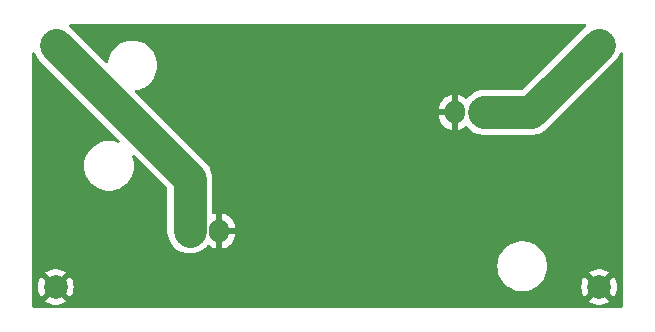
<source format=gbr>
%TF.GenerationSoftware,KiCad,Pcbnew,8.0.6*%
%TF.CreationDate,2024-11-14T22:36:56-05:00*%
%TF.ProjectId,BoostPCB,426f6f73-7450-4434-922e-6b696361645f,rev?*%
%TF.SameCoordinates,Original*%
%TF.FileFunction,Copper,L1,Top*%
%TF.FilePolarity,Positive*%
%FSLAX46Y46*%
G04 Gerber Fmt 4.6, Leading zero omitted, Abs format (unit mm)*
G04 Created by KiCad (PCBNEW 8.0.6) date 2024-11-14 22:36:56*
%MOMM*%
%LPD*%
G01*
G04 APERTURE LIST*
G04 Aperture macros list*
%AMRoundRect*
0 Rectangle with rounded corners*
0 $1 Rounding radius*
0 $2 $3 $4 $5 $6 $7 $8 $9 X,Y pos of 4 corners*
0 Add a 4 corners polygon primitive as box body*
4,1,4,$2,$3,$4,$5,$6,$7,$8,$9,$2,$3,0*
0 Add four circle primitives for the rounded corners*
1,1,$1+$1,$2,$3*
1,1,$1+$1,$4,$5*
1,1,$1+$1,$6,$7*
1,1,$1+$1,$8,$9*
0 Add four rect primitives between the rounded corners*
20,1,$1+$1,$2,$3,$4,$5,0*
20,1,$1+$1,$4,$5,$6,$7,0*
20,1,$1+$1,$6,$7,$8,$9,0*
20,1,$1+$1,$8,$9,$2,$3,0*%
G04 Aperture macros list end*
%TA.AperFunction,ComponentPad*%
%ADD10C,2.000000*%
%TD*%
%TA.AperFunction,ComponentPad*%
%ADD11RoundRect,0.250000X-0.600000X-0.750000X0.600000X-0.750000X0.600000X0.750000X-0.600000X0.750000X0*%
%TD*%
%TA.AperFunction,ComponentPad*%
%ADD12O,1.700000X2.000000*%
%TD*%
%TA.AperFunction,ComponentPad*%
%ADD13RoundRect,0.250000X0.600000X0.750000X-0.600000X0.750000X-0.600000X-0.750000X0.600000X-0.750000X0*%
%TD*%
%TA.AperFunction,Conductor*%
%ADD14C,2.800000*%
%TD*%
G04 APERTURE END LIST*
D10*
%TO.P,U1,1,In+*%
%TO.N,12V*%
X44500000Y-89750000D03*
%TO.P,U1,2,In-*%
%TO.N,GND*%
X44500000Y-110250000D03*
%TO.P,U1,3,Out+*%
%TO.N,48V*%
X90500000Y-89750000D03*
%TO.P,U1,4,Out-*%
%TO.N,GND*%
X90500000Y-110250000D03*
%TD*%
D11*
%TO.P,J3,1,Pin_1*%
%TO.N,12V*%
X55860000Y-105515000D03*
D12*
%TO.P,J3,2,Pin_2*%
%TO.N,GND*%
X58360000Y-105515000D03*
%TD*%
D13*
%TO.P,J2,1,Pin_1*%
%TO.N,48V*%
X80790000Y-95480000D03*
D12*
%TO.P,J2,2,Pin_2*%
%TO.N,GND*%
X78290000Y-95480000D03*
%TD*%
D14*
%TO.N,48V*%
X84770000Y-95480000D02*
X90500000Y-89750000D01*
X80790000Y-95480000D02*
X84770000Y-95480000D01*
%TO.N,12V*%
X55860000Y-101110000D02*
X44500000Y-89750000D01*
X55860000Y-105515000D02*
X55860000Y-101110000D01*
%TD*%
%TA.AperFunction,Conductor*%
%TO.N,GND*%
G36*
X89359827Y-88020185D02*
G01*
X89405582Y-88072989D01*
X89415526Y-88142147D01*
X89386501Y-88205703D01*
X89368275Y-88222876D01*
X89244219Y-88318067D01*
X84019106Y-93543181D01*
X83957783Y-93576666D01*
X83931425Y-93579500D01*
X80665435Y-93579500D01*
X80665429Y-93579500D01*
X80665424Y-93579501D01*
X80418438Y-93612017D01*
X80177792Y-93676498D01*
X79947638Y-93771830D01*
X79947623Y-93771837D01*
X79731873Y-93896400D01*
X79534225Y-94048060D01*
X79534218Y-94048066D01*
X79358066Y-94224218D01*
X79358057Y-94224228D01*
X79326620Y-94265198D01*
X79270192Y-94306401D01*
X79200446Y-94310555D01*
X79155360Y-94290029D01*
X78997557Y-94175379D01*
X78808215Y-94078903D01*
X78606124Y-94013241D01*
X78540000Y-94002768D01*
X78540000Y-95046988D01*
X78482993Y-95014075D01*
X78355826Y-94980000D01*
X78224174Y-94980000D01*
X78097007Y-95014075D01*
X78040000Y-95046988D01*
X78040000Y-94002768D01*
X78039999Y-94002768D01*
X77973875Y-94013241D01*
X77771784Y-94078903D01*
X77582442Y-94175379D01*
X77410540Y-94300272D01*
X77410535Y-94300276D01*
X77260276Y-94450535D01*
X77260272Y-94450540D01*
X77135379Y-94622442D01*
X77038904Y-94811782D01*
X76973242Y-95013869D01*
X76973242Y-95013872D01*
X76940000Y-95223753D01*
X76940000Y-95230000D01*
X77856988Y-95230000D01*
X77824075Y-95287007D01*
X77790000Y-95414174D01*
X77790000Y-95545826D01*
X77824075Y-95672993D01*
X77856988Y-95730000D01*
X76940000Y-95730000D01*
X76940000Y-95736246D01*
X76973242Y-95946127D01*
X76973242Y-95946130D01*
X77038904Y-96148217D01*
X77135379Y-96337557D01*
X77260272Y-96509459D01*
X77260276Y-96509464D01*
X77410535Y-96659723D01*
X77410540Y-96659727D01*
X77582442Y-96784620D01*
X77771782Y-96881095D01*
X77973871Y-96946757D01*
X78040000Y-96957231D01*
X78040000Y-95913012D01*
X78097007Y-95945925D01*
X78224174Y-95980000D01*
X78355826Y-95980000D01*
X78482993Y-95945925D01*
X78540000Y-95913012D01*
X78540000Y-96957230D01*
X78606126Y-96946757D01*
X78606129Y-96946757D01*
X78808217Y-96881095D01*
X78997554Y-96784622D01*
X79155359Y-96669970D01*
X79221166Y-96646490D01*
X79289219Y-96662315D01*
X79326621Y-96694802D01*
X79358060Y-96735774D01*
X79358066Y-96735781D01*
X79534218Y-96911933D01*
X79534225Y-96911939D01*
X79731873Y-97063599D01*
X79947623Y-97188162D01*
X79947638Y-97188169D01*
X80046825Y-97229253D01*
X80177793Y-97283502D01*
X80418435Y-97347982D01*
X80665435Y-97380500D01*
X84641563Y-97380500D01*
X84641595Y-97380501D01*
X84645435Y-97380501D01*
X84894558Y-97380501D01*
X84894565Y-97380501D01*
X85141565Y-97347982D01*
X85382207Y-97283502D01*
X85612373Y-97188164D01*
X85828127Y-97063599D01*
X86025776Y-96911938D01*
X86201938Y-96735776D01*
X86207302Y-96730412D01*
X86207317Y-96730394D01*
X91931937Y-91005775D01*
X92083599Y-90808126D01*
X92208164Y-90592373D01*
X92260939Y-90464961D01*
X92304779Y-90410558D01*
X92371073Y-90388493D01*
X92438773Y-90405772D01*
X92486384Y-90456909D01*
X92499500Y-90512414D01*
X92499500Y-111875500D01*
X92479815Y-111942539D01*
X92427011Y-111988294D01*
X92375500Y-111999500D01*
X42624500Y-111999500D01*
X42557461Y-111979815D01*
X42511706Y-111927011D01*
X42500500Y-111875500D01*
X42500500Y-110249994D01*
X42994859Y-110249994D01*
X42994859Y-110250005D01*
X43015385Y-110497729D01*
X43015387Y-110497738D01*
X43076412Y-110738717D01*
X43176266Y-110966364D01*
X43276564Y-111119882D01*
X44017037Y-110379409D01*
X44034075Y-110442993D01*
X44099901Y-110557007D01*
X44192993Y-110650099D01*
X44307007Y-110715925D01*
X44370590Y-110732962D01*
X43629942Y-111473609D01*
X43676768Y-111510055D01*
X43676770Y-111510056D01*
X43895385Y-111628364D01*
X43895396Y-111628369D01*
X44130506Y-111709083D01*
X44375707Y-111750000D01*
X44624293Y-111750000D01*
X44869493Y-111709083D01*
X45104603Y-111628369D01*
X45104614Y-111628364D01*
X45323228Y-111510057D01*
X45323231Y-111510055D01*
X45370056Y-111473609D01*
X44629409Y-110732962D01*
X44692993Y-110715925D01*
X44807007Y-110650099D01*
X44900099Y-110557007D01*
X44965925Y-110442993D01*
X44982962Y-110379410D01*
X45723434Y-111119882D01*
X45823731Y-110966369D01*
X45923587Y-110738717D01*
X45984612Y-110497738D01*
X45984614Y-110497729D01*
X46005141Y-110250005D01*
X46005141Y-110249994D01*
X45984614Y-110002270D01*
X45984612Y-110002261D01*
X45923587Y-109761282D01*
X45823731Y-109533630D01*
X45723434Y-109380116D01*
X44982962Y-110120589D01*
X44965925Y-110057007D01*
X44900099Y-109942993D01*
X44807007Y-109849901D01*
X44692993Y-109784075D01*
X44629410Y-109767037D01*
X45370057Y-109026390D01*
X45370056Y-109026389D01*
X45323229Y-108989943D01*
X45104614Y-108871635D01*
X45104603Y-108871630D01*
X44869493Y-108790916D01*
X44624293Y-108750000D01*
X44375707Y-108750000D01*
X44130506Y-108790916D01*
X43895396Y-108871630D01*
X43895390Y-108871632D01*
X43676761Y-108989949D01*
X43629942Y-109026388D01*
X43629942Y-109026390D01*
X44370590Y-109767037D01*
X44307007Y-109784075D01*
X44192993Y-109849901D01*
X44099901Y-109942993D01*
X44034075Y-110057007D01*
X44017037Y-110120589D01*
X43276564Y-109380116D01*
X43176267Y-109533632D01*
X43076412Y-109761282D01*
X43015387Y-110002261D01*
X43015385Y-110002270D01*
X42994859Y-110249994D01*
X42500500Y-110249994D01*
X42500500Y-108500000D01*
X81894592Y-108500000D01*
X81914201Y-108786680D01*
X81914201Y-108786684D01*
X81914202Y-108786686D01*
X81934111Y-108882492D01*
X81972666Y-109068034D01*
X81972667Y-109068037D01*
X82068894Y-109338793D01*
X82068893Y-109338793D01*
X82201098Y-109593935D01*
X82366812Y-109828700D01*
X82386613Y-109849901D01*
X82562947Y-110038708D01*
X82785853Y-110220055D01*
X82835103Y-110250005D01*
X83031382Y-110369365D01*
X83200893Y-110442993D01*
X83294942Y-110483844D01*
X83571642Y-110561371D01*
X83821920Y-110595771D01*
X83856321Y-110600500D01*
X83856322Y-110600500D01*
X84143679Y-110600500D01*
X84174370Y-110596281D01*
X84428358Y-110561371D01*
X84705058Y-110483844D01*
X84818015Y-110434779D01*
X84968617Y-110369365D01*
X84968620Y-110369363D01*
X84968625Y-110369361D01*
X85164915Y-110249994D01*
X88994859Y-110249994D01*
X88994859Y-110250005D01*
X89015385Y-110497729D01*
X89015387Y-110497738D01*
X89076412Y-110738717D01*
X89176266Y-110966364D01*
X89276564Y-111119882D01*
X90017037Y-110379409D01*
X90034075Y-110442993D01*
X90099901Y-110557007D01*
X90192993Y-110650099D01*
X90307007Y-110715925D01*
X90370590Y-110732962D01*
X89629942Y-111473609D01*
X89676768Y-111510055D01*
X89676770Y-111510056D01*
X89895385Y-111628364D01*
X89895396Y-111628369D01*
X90130506Y-111709083D01*
X90375707Y-111750000D01*
X90624293Y-111750000D01*
X90869493Y-111709083D01*
X91104603Y-111628369D01*
X91104614Y-111628364D01*
X91323228Y-111510057D01*
X91323231Y-111510055D01*
X91370056Y-111473609D01*
X90629409Y-110732962D01*
X90692993Y-110715925D01*
X90807007Y-110650099D01*
X90900099Y-110557007D01*
X90965925Y-110442993D01*
X90982962Y-110379410D01*
X91723434Y-111119882D01*
X91823731Y-110966369D01*
X91923587Y-110738717D01*
X91984612Y-110497738D01*
X91984614Y-110497729D01*
X92005141Y-110250005D01*
X92005141Y-110249994D01*
X91984614Y-110002270D01*
X91984612Y-110002261D01*
X91923587Y-109761282D01*
X91823731Y-109533630D01*
X91723434Y-109380116D01*
X90982962Y-110120589D01*
X90965925Y-110057007D01*
X90900099Y-109942993D01*
X90807007Y-109849901D01*
X90692993Y-109784075D01*
X90629410Y-109767037D01*
X91370057Y-109026390D01*
X91370056Y-109026389D01*
X91323229Y-108989943D01*
X91104614Y-108871635D01*
X91104603Y-108871630D01*
X90869493Y-108790916D01*
X90624293Y-108750000D01*
X90375707Y-108750000D01*
X90130506Y-108790916D01*
X89895396Y-108871630D01*
X89895390Y-108871632D01*
X89676761Y-108989949D01*
X89629942Y-109026388D01*
X89629942Y-109026390D01*
X90370590Y-109767037D01*
X90307007Y-109784075D01*
X90192993Y-109849901D01*
X90099901Y-109942993D01*
X90034075Y-110057007D01*
X90017037Y-110120589D01*
X89276564Y-109380116D01*
X89176267Y-109533632D01*
X89076412Y-109761282D01*
X89015387Y-110002261D01*
X89015385Y-110002270D01*
X88994859Y-110249994D01*
X85164915Y-110249994D01*
X85214147Y-110220055D01*
X85437053Y-110038708D01*
X85633189Y-109828698D01*
X85798901Y-109593936D01*
X85931104Y-109338797D01*
X86027334Y-109068032D01*
X86085798Y-108786686D01*
X86105408Y-108500000D01*
X86085798Y-108213314D01*
X86027334Y-107931968D01*
X85981387Y-107802687D01*
X85931105Y-107661206D01*
X85931106Y-107661206D01*
X85798901Y-107406064D01*
X85633187Y-107171299D01*
X85554554Y-107087105D01*
X85437053Y-106961292D01*
X85214147Y-106779945D01*
X85214146Y-106779944D01*
X84968617Y-106630634D01*
X84705063Y-106516158D01*
X84705061Y-106516157D01*
X84705058Y-106516156D01*
X84575578Y-106479877D01*
X84428364Y-106438630D01*
X84428359Y-106438629D01*
X84428358Y-106438629D01*
X84286018Y-106419064D01*
X84143679Y-106399500D01*
X84143678Y-106399500D01*
X83856322Y-106399500D01*
X83856321Y-106399500D01*
X83571642Y-106438629D01*
X83571635Y-106438630D01*
X83363861Y-106496845D01*
X83294942Y-106516156D01*
X83294939Y-106516156D01*
X83294936Y-106516158D01*
X83294935Y-106516158D01*
X83031382Y-106630634D01*
X82785853Y-106779944D01*
X82562950Y-106961289D01*
X82366812Y-107171299D01*
X82201098Y-107406064D01*
X82068894Y-107661206D01*
X81972667Y-107931962D01*
X81972666Y-107931965D01*
X81914201Y-108213319D01*
X81894592Y-108500000D01*
X42500500Y-108500000D01*
X42500500Y-90512415D01*
X42520185Y-90445376D01*
X42572989Y-90399621D01*
X42642147Y-90389677D01*
X42705703Y-90418702D01*
X42739061Y-90464963D01*
X42791830Y-90592361D01*
X42791837Y-90592376D01*
X42916400Y-90808126D01*
X43068061Y-91005774D01*
X43068067Y-91005781D01*
X49894487Y-97832200D01*
X49927972Y-97893523D01*
X49922988Y-97963215D01*
X49881116Y-98019148D01*
X49815652Y-98043565D01*
X49757405Y-98033616D01*
X49717208Y-98016156D01*
X49636560Y-97993559D01*
X49440514Y-97938630D01*
X49440509Y-97938629D01*
X49440508Y-97938629D01*
X49298168Y-97919064D01*
X49155829Y-97899500D01*
X49155828Y-97899500D01*
X48868472Y-97899500D01*
X48868471Y-97899500D01*
X48583792Y-97938629D01*
X48583785Y-97938630D01*
X48376011Y-97996845D01*
X48307092Y-98016156D01*
X48307089Y-98016156D01*
X48307086Y-98016158D01*
X48307085Y-98016158D01*
X48043532Y-98130634D01*
X47798003Y-98279944D01*
X47575100Y-98461289D01*
X47378962Y-98671299D01*
X47213248Y-98906064D01*
X47081044Y-99161206D01*
X46984817Y-99431962D01*
X46984816Y-99431965D01*
X46926351Y-99713319D01*
X46906742Y-100000000D01*
X46926351Y-100286680D01*
X46984816Y-100568034D01*
X46984817Y-100568037D01*
X47081044Y-100838793D01*
X47081043Y-100838793D01*
X47213248Y-101093935D01*
X47378962Y-101328700D01*
X47464073Y-101419831D01*
X47575097Y-101538708D01*
X47798003Y-101720055D01*
X48043532Y-101869365D01*
X48225894Y-101948575D01*
X48307092Y-101983844D01*
X48583792Y-102061371D01*
X48834070Y-102095771D01*
X48868471Y-102100500D01*
X48868472Y-102100500D01*
X49155829Y-102100500D01*
X49186520Y-102096281D01*
X49440508Y-102061371D01*
X49717208Y-101983844D01*
X49859088Y-101922217D01*
X49980767Y-101869365D01*
X49980770Y-101869363D01*
X49980775Y-101869361D01*
X50226297Y-101720055D01*
X50449203Y-101538708D01*
X50645339Y-101328698D01*
X50811051Y-101093936D01*
X50943254Y-100838797D01*
X51039484Y-100568032D01*
X51097948Y-100286686D01*
X51117558Y-100000000D01*
X51097948Y-99713314D01*
X51039484Y-99431968D01*
X50972747Y-99244187D01*
X50968844Y-99174427D01*
X51003277Y-99113630D01*
X51065113Y-99081101D01*
X51134718Y-99087167D01*
X51177268Y-99114981D01*
X53923181Y-101860894D01*
X53956666Y-101922217D01*
X53959500Y-101948575D01*
X53959500Y-105639558D01*
X53959501Y-105639575D01*
X53992017Y-105886561D01*
X54056498Y-106127207D01*
X54151830Y-106357361D01*
X54151837Y-106357376D01*
X54276400Y-106573126D01*
X54428060Y-106770774D01*
X54428066Y-106770781D01*
X54604218Y-106946933D01*
X54604225Y-106946939D01*
X54801873Y-107098599D01*
X55017623Y-107223162D01*
X55017638Y-107223169D01*
X55116825Y-107264253D01*
X55247793Y-107318502D01*
X55488435Y-107382982D01*
X55735435Y-107415500D01*
X55735442Y-107415500D01*
X55984558Y-107415500D01*
X55984565Y-107415500D01*
X56231565Y-107382982D01*
X56472207Y-107318502D01*
X56702373Y-107223164D01*
X56918127Y-107098599D01*
X57115776Y-106946938D01*
X57291938Y-106770776D01*
X57323379Y-106729800D01*
X57379803Y-106688600D01*
X57449549Y-106684444D01*
X57494638Y-106704970D01*
X57652442Y-106819620D01*
X57841782Y-106916095D01*
X58043871Y-106981757D01*
X58110000Y-106992231D01*
X58110000Y-105948012D01*
X58167007Y-105980925D01*
X58294174Y-106015000D01*
X58425826Y-106015000D01*
X58552993Y-105980925D01*
X58610000Y-105948012D01*
X58610000Y-106992230D01*
X58676126Y-106981757D01*
X58676129Y-106981757D01*
X58878217Y-106916095D01*
X59067557Y-106819620D01*
X59239459Y-106694727D01*
X59239464Y-106694723D01*
X59389723Y-106544464D01*
X59389727Y-106544459D01*
X59514620Y-106372557D01*
X59611095Y-106183217D01*
X59676757Y-105981130D01*
X59676757Y-105981127D01*
X59710000Y-105771246D01*
X59710000Y-105765000D01*
X58793012Y-105765000D01*
X58825925Y-105707993D01*
X58860000Y-105580826D01*
X58860000Y-105449174D01*
X58825925Y-105322007D01*
X58793012Y-105265000D01*
X59710000Y-105265000D01*
X59710000Y-105258753D01*
X59676757Y-105048872D01*
X59676757Y-105048869D01*
X59611095Y-104846782D01*
X59514620Y-104657442D01*
X59389727Y-104485540D01*
X59389723Y-104485535D01*
X59239464Y-104335276D01*
X59239459Y-104335272D01*
X59067557Y-104210379D01*
X58878215Y-104113903D01*
X58676124Y-104048241D01*
X58610000Y-104037768D01*
X58610000Y-105081988D01*
X58552993Y-105049075D01*
X58425826Y-105015000D01*
X58294174Y-105015000D01*
X58167007Y-105049075D01*
X58110000Y-105081988D01*
X58110000Y-104037768D01*
X58109999Y-104037768D01*
X58043875Y-104048241D01*
X57922817Y-104087575D01*
X57852976Y-104089570D01*
X57793144Y-104053489D01*
X57762316Y-103990788D01*
X57760500Y-103969644D01*
X57760500Y-101238980D01*
X57760501Y-101238951D01*
X57760501Y-100985441D01*
X57760500Y-100985427D01*
X57741195Y-100838793D01*
X57727982Y-100738435D01*
X57663502Y-100497793D01*
X57568164Y-100267627D01*
X57530293Y-100202033D01*
X57443599Y-100051873D01*
X57291939Y-99854225D01*
X57291933Y-99854218D01*
X57113369Y-99675654D01*
X57113330Y-99675617D01*
X51227488Y-93789775D01*
X51194003Y-93728452D01*
X51198987Y-93658760D01*
X51240859Y-93602827D01*
X51298281Y-93579249D01*
X51428358Y-93561371D01*
X51705058Y-93483844D01*
X51818015Y-93434779D01*
X51968617Y-93369365D01*
X51968620Y-93369363D01*
X51968625Y-93369361D01*
X52214147Y-93220055D01*
X52437053Y-93038708D01*
X52633189Y-92828698D01*
X52798901Y-92593936D01*
X52931104Y-92338797D01*
X53027334Y-92068032D01*
X53085798Y-91786686D01*
X53105408Y-91500000D01*
X53085798Y-91213314D01*
X53027334Y-90931968D01*
X52983320Y-90808126D01*
X52931105Y-90661206D01*
X52931106Y-90661206D01*
X52798901Y-90406064D01*
X52633187Y-90171299D01*
X52554554Y-90087105D01*
X52437053Y-89961292D01*
X52214147Y-89779945D01*
X52214146Y-89779944D01*
X51968617Y-89630634D01*
X51705063Y-89516158D01*
X51705061Y-89516157D01*
X51705058Y-89516156D01*
X51575578Y-89479877D01*
X51428364Y-89438630D01*
X51428359Y-89438629D01*
X51428358Y-89438629D01*
X51286018Y-89419064D01*
X51143679Y-89399500D01*
X51143678Y-89399500D01*
X50856322Y-89399500D01*
X50856321Y-89399500D01*
X50571642Y-89438629D01*
X50571635Y-89438630D01*
X50363861Y-89496845D01*
X50294942Y-89516156D01*
X50294939Y-89516156D01*
X50294936Y-89516158D01*
X50294935Y-89516158D01*
X50031382Y-89630634D01*
X49785853Y-89779944D01*
X49562950Y-89961289D01*
X49366812Y-90171299D01*
X49201098Y-90406064D01*
X49068894Y-90661206D01*
X48972667Y-90931962D01*
X48972663Y-90931976D01*
X48915640Y-91206388D01*
X48882728Y-91268020D01*
X48821719Y-91302074D01*
X48751984Y-91297739D01*
X48706553Y-91268840D01*
X45755781Y-88318067D01*
X45631726Y-88222876D01*
X45590524Y-88166448D01*
X45586369Y-88096702D01*
X45620581Y-88035781D01*
X45682299Y-88003029D01*
X45707213Y-88000500D01*
X89292788Y-88000500D01*
X89359827Y-88020185D01*
G37*
%TD.AperFunction*%
%TD*%
M02*

</source>
